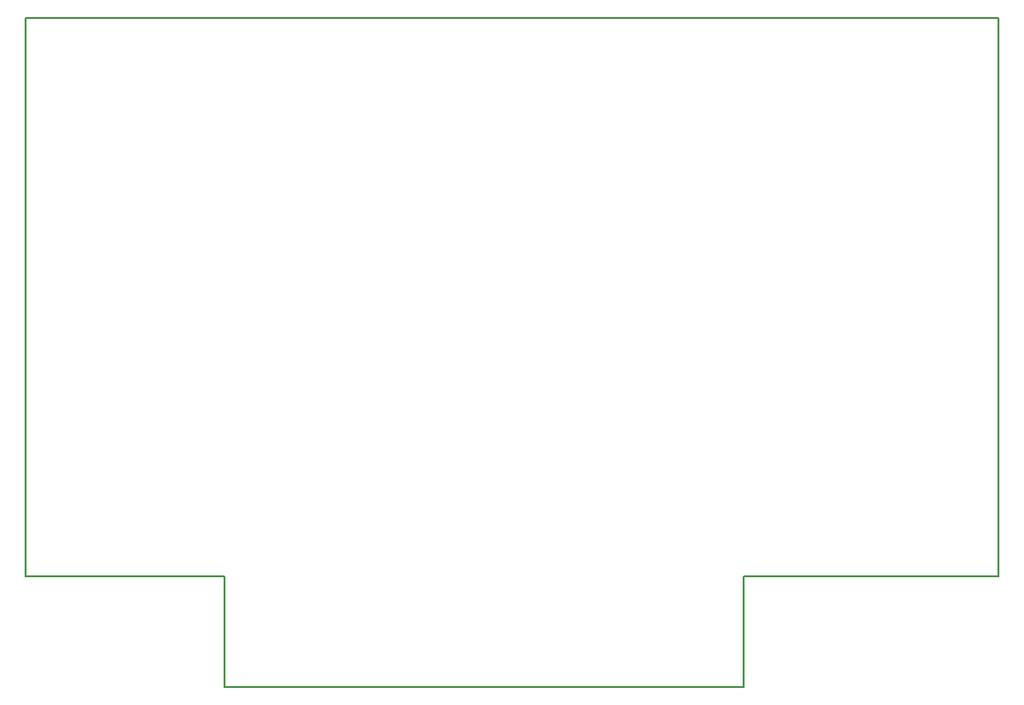
<source format=gbr>
G04 #@! TF.FileFunction,Profile,NP*
%FSLAX46Y46*%
G04 Gerber Fmt 4.6, Leading zero omitted, Abs format (unit mm)*
G04 Created by KiCad (PCBNEW 4.0.7) date Fri Jan 12 23:49:52 2018*
%MOMM*%
%LPD*%
G01*
G04 APERTURE LIST*
%ADD10C,0.100000*%
%ADD11C,0.150000*%
G04 APERTURE END LIST*
D10*
D11*
X74350000Y-142600000D02*
X56500000Y-142600000D01*
X74350000Y-152500000D02*
X74350000Y-142600000D01*
X120750000Y-152500000D02*
X74350000Y-152500000D01*
X120750000Y-142600000D02*
X120750000Y-152500000D01*
X143500000Y-142600000D02*
X120750000Y-142600000D01*
X143500000Y-92600000D02*
X143500000Y-142600000D01*
X143499840Y-92600780D02*
X56499760Y-92600780D01*
X56500000Y-92600000D02*
X56500000Y-142600000D01*
M02*

</source>
